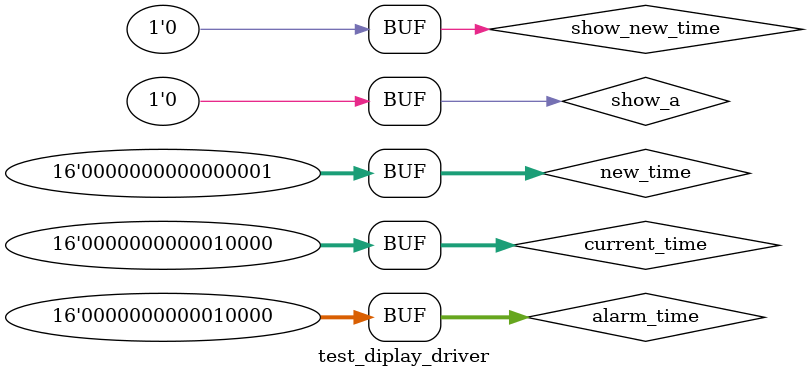
<source format=v>
`timescale 1ns / 1ps


module test_diplay_driver();
reg[15:0] new_time,current_time,alarm_time;
reg show_new_time,show_a;
wire [15:0]display;
wire sound_alarm;
display_driver display_driver_(new_time,current_time,alarm_time,show_new_time,show_a,display,sound_alarm);
initial
begin
new_time=16'h0001;
current_time=16'h0010;
alarm_time=16'h0100;
show_new_time=1'b1;
show_a=1'b1;
#10 show_new_time=1'b0;
#10 show_a=1'b0;
#10 alarm_time=16'h0010;
end
endmodule

</source>
